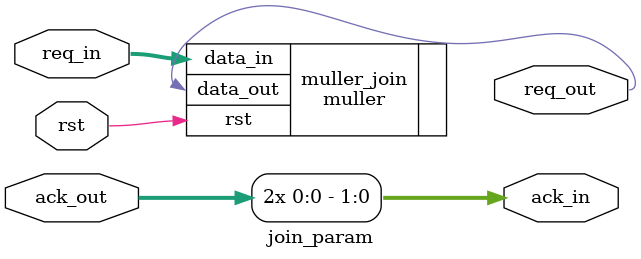
<source format=sv>
module join_param #(
    parameter               size = 2     // Size - Number of inputs
    )(
    output logic             req_out,    // Main request
    input  logic             ack_out,    // Main acknowledge

    input  logic   [size-1:0] req_in,    // Request input vector
    output logic   [size-1:0] ack_in,    // Acknowledge input vector

    input  logic                 rst     // Circuit asyncronous reset -> request = 0
);

// Instantiation of Muller Gate ================================================
muller #(.size(size)) muller_join (.data_in(req_in), .data_out(req_out), .rst (rst));

// == Main Code ================================================================
assign ack_in = {size{ack_out}}; // Repeat operator - Connects all input vector to ack_out

endmodule
</source>
